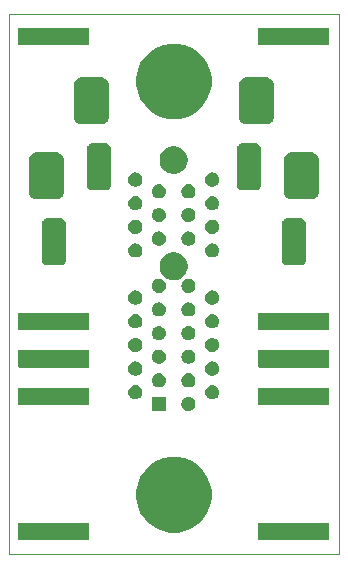
<source format=gbr>
%TF.GenerationSoftware,KiCad,Pcbnew,5.0.2-bee76a0~70~ubuntu16.04.1*%
%TF.CreationDate,2019-06-19T10:23:05+02:00*%
%TF.ProjectId,baseplate_in_output,62617365-706c-4617-9465-5f696e5f6f75,rev?*%
%TF.SameCoordinates,Original*%
%TF.FileFunction,Soldermask,Top*%
%TF.FilePolarity,Negative*%
%FSLAX46Y46*%
G04 Gerber Fmt 4.6, Leading zero omitted, Abs format (unit mm)*
G04 Created by KiCad (PCBNEW 5.0.2-bee76a0~70~ubuntu16.04.1) date Mi 19 Jun 2019 10:23:05 CEST*
%MOMM*%
%LPD*%
G01*
G04 APERTURE LIST*
%ADD10C,0.100000*%
G04 APERTURE END LIST*
D10*
X25400000Y-58420000D02*
X25400000Y-12700000D01*
X53340000Y-58420000D02*
X25400000Y-58420000D01*
X53340000Y-12700000D02*
X53340000Y-58420000D01*
X25400000Y-12700000D02*
X53340000Y-12700000D01*
G36*
X52489638Y-55766554D02*
X52498901Y-55769364D01*
X52507446Y-55773932D01*
X52514928Y-55780072D01*
X52521068Y-55787554D01*
X52525636Y-55796099D01*
X52528446Y-55805362D01*
X52530000Y-55821143D01*
X52530000Y-57208857D01*
X52528446Y-57224638D01*
X52525636Y-57233901D01*
X52521068Y-57242446D01*
X52514928Y-57249928D01*
X52507446Y-57256068D01*
X52498901Y-57260636D01*
X52489638Y-57263446D01*
X52473857Y-57265000D01*
X46586143Y-57265000D01*
X46570362Y-57263446D01*
X46561099Y-57260636D01*
X46552554Y-57256068D01*
X46545072Y-57249928D01*
X46538932Y-57242446D01*
X46534364Y-57233901D01*
X46531554Y-57224638D01*
X46530000Y-57208857D01*
X46530000Y-55821143D01*
X46531554Y-55805362D01*
X46534364Y-55796099D01*
X46538932Y-55787554D01*
X46545072Y-55780072D01*
X46552554Y-55773932D01*
X46561099Y-55769364D01*
X46570362Y-55766554D01*
X46586143Y-55765000D01*
X52473857Y-55765000D01*
X52489638Y-55766554D01*
X52489638Y-55766554D01*
G37*
G36*
X32169638Y-55766554D02*
X32178901Y-55769364D01*
X32187446Y-55773932D01*
X32194928Y-55780072D01*
X32201068Y-55787554D01*
X32205636Y-55796099D01*
X32208446Y-55805362D01*
X32210000Y-55821143D01*
X32210000Y-57208857D01*
X32208446Y-57224638D01*
X32205636Y-57233901D01*
X32201068Y-57242446D01*
X32194928Y-57249928D01*
X32187446Y-57256068D01*
X32178901Y-57260636D01*
X32169638Y-57263446D01*
X32153857Y-57265000D01*
X26266143Y-57265000D01*
X26250362Y-57263446D01*
X26241099Y-57260636D01*
X26232554Y-57256068D01*
X26225072Y-57249928D01*
X26218932Y-57242446D01*
X26214364Y-57233901D01*
X26211554Y-57224638D01*
X26210000Y-57208857D01*
X26210000Y-55821143D01*
X26211554Y-55805362D01*
X26214364Y-55796099D01*
X26218932Y-55787554D01*
X26225072Y-55780072D01*
X26232554Y-55773932D01*
X26241099Y-55769364D01*
X26250362Y-55766554D01*
X26266143Y-55765000D01*
X32153857Y-55765000D01*
X32169638Y-55766554D01*
X32169638Y-55766554D01*
G37*
G36*
X40303405Y-50337974D02*
X40885767Y-50579196D01*
X41409884Y-50929400D01*
X41855600Y-51375116D01*
X42205804Y-51899233D01*
X42447026Y-52481595D01*
X42570000Y-53099826D01*
X42570000Y-53730174D01*
X42447026Y-54348405D01*
X42205804Y-54930767D01*
X41855600Y-55454884D01*
X41409884Y-55900600D01*
X40885767Y-56250804D01*
X40303405Y-56492026D01*
X39685174Y-56615000D01*
X39054826Y-56615000D01*
X38436595Y-56492026D01*
X37854233Y-56250804D01*
X37330116Y-55900600D01*
X36884400Y-55454884D01*
X36534196Y-54930767D01*
X36292974Y-54348405D01*
X36170000Y-53730174D01*
X36170000Y-53099826D01*
X36292974Y-52481595D01*
X36534196Y-51899233D01*
X36884400Y-51375116D01*
X37330116Y-50929400D01*
X37854233Y-50579196D01*
X38436595Y-50337974D01*
X39054826Y-50215000D01*
X39685174Y-50215000D01*
X40303405Y-50337974D01*
X40303405Y-50337974D01*
G37*
G36*
X38700000Y-46320000D02*
X37500000Y-46320000D01*
X37500000Y-45120000D01*
X38700000Y-45120000D01*
X38700000Y-46320000D01*
X38700000Y-46320000D01*
G37*
G36*
X40775012Y-45143057D02*
X40884207Y-45188287D01*
X40982481Y-45253952D01*
X41066048Y-45337519D01*
X41131713Y-45435793D01*
X41176943Y-45544988D01*
X41200000Y-45660904D01*
X41200000Y-45779096D01*
X41176943Y-45895012D01*
X41131713Y-46004207D01*
X41066048Y-46102481D01*
X40982481Y-46186048D01*
X40884207Y-46251713D01*
X40775012Y-46296943D01*
X40659096Y-46320000D01*
X40540904Y-46320000D01*
X40424988Y-46296943D01*
X40315793Y-46251713D01*
X40217519Y-46186048D01*
X40133952Y-46102481D01*
X40068287Y-46004207D01*
X40023057Y-45895012D01*
X40000000Y-45779096D01*
X40000000Y-45660904D01*
X40023057Y-45544988D01*
X40068287Y-45435793D01*
X40133952Y-45337519D01*
X40217519Y-45253952D01*
X40315793Y-45188287D01*
X40424988Y-45143057D01*
X40540904Y-45120000D01*
X40659096Y-45120000D01*
X40775012Y-45143057D01*
X40775012Y-45143057D01*
G37*
G36*
X52489638Y-44336554D02*
X52498901Y-44339364D01*
X52507446Y-44343932D01*
X52514928Y-44350072D01*
X52521068Y-44357554D01*
X52525636Y-44366099D01*
X52528446Y-44375362D01*
X52530000Y-44391143D01*
X52530000Y-45778857D01*
X52528446Y-45794638D01*
X52525636Y-45803901D01*
X52521068Y-45812446D01*
X52514928Y-45819928D01*
X52507446Y-45826068D01*
X52498901Y-45830636D01*
X52489638Y-45833446D01*
X52473857Y-45835000D01*
X46586143Y-45835000D01*
X46570362Y-45833446D01*
X46561099Y-45830636D01*
X46552554Y-45826068D01*
X46545072Y-45819928D01*
X46538932Y-45812446D01*
X46534364Y-45803901D01*
X46531554Y-45794638D01*
X46530000Y-45778857D01*
X46530000Y-44391143D01*
X46531554Y-44375362D01*
X46534364Y-44366099D01*
X46538932Y-44357554D01*
X46545072Y-44350072D01*
X46552554Y-44343932D01*
X46561099Y-44339364D01*
X46570362Y-44336554D01*
X46586143Y-44335000D01*
X52473857Y-44335000D01*
X52489638Y-44336554D01*
X52489638Y-44336554D01*
G37*
G36*
X32169638Y-44336554D02*
X32178901Y-44339364D01*
X32187446Y-44343932D01*
X32194928Y-44350072D01*
X32201068Y-44357554D01*
X32205636Y-44366099D01*
X32208446Y-44375362D01*
X32210000Y-44391143D01*
X32210000Y-45778857D01*
X32208446Y-45794638D01*
X32205636Y-45803901D01*
X32201068Y-45812446D01*
X32194928Y-45819928D01*
X32187446Y-45826068D01*
X32178901Y-45830636D01*
X32169638Y-45833446D01*
X32153857Y-45835000D01*
X26266143Y-45835000D01*
X26250362Y-45833446D01*
X26241099Y-45830636D01*
X26232554Y-45826068D01*
X26225072Y-45819928D01*
X26218932Y-45812446D01*
X26214364Y-45803901D01*
X26211554Y-45794638D01*
X26210000Y-45778857D01*
X26210000Y-44391143D01*
X26211554Y-44375362D01*
X26214364Y-44366099D01*
X26218932Y-44357554D01*
X26225072Y-44350072D01*
X26232554Y-44343932D01*
X26241099Y-44339364D01*
X26250362Y-44336554D01*
X26266143Y-44335000D01*
X32153857Y-44335000D01*
X32169638Y-44336554D01*
X32169638Y-44336554D01*
G37*
G36*
X42775012Y-44143057D02*
X42884207Y-44188287D01*
X42982481Y-44253952D01*
X43066048Y-44337519D01*
X43131713Y-44435793D01*
X43176943Y-44544988D01*
X43200000Y-44660904D01*
X43200000Y-44779096D01*
X43176943Y-44895012D01*
X43131713Y-45004207D01*
X43066048Y-45102481D01*
X42982481Y-45186048D01*
X42884207Y-45251713D01*
X42775012Y-45296943D01*
X42659096Y-45320000D01*
X42540904Y-45320000D01*
X42424988Y-45296943D01*
X42315793Y-45251713D01*
X42217519Y-45186048D01*
X42133952Y-45102481D01*
X42068287Y-45004207D01*
X42023057Y-44895012D01*
X42000000Y-44779096D01*
X42000000Y-44660904D01*
X42023057Y-44544988D01*
X42068287Y-44435793D01*
X42133952Y-44337519D01*
X42217519Y-44253952D01*
X42315793Y-44188287D01*
X42424988Y-44143057D01*
X42540904Y-44120000D01*
X42659096Y-44120000D01*
X42775012Y-44143057D01*
X42775012Y-44143057D01*
G37*
G36*
X36275012Y-44143057D02*
X36384207Y-44188287D01*
X36482481Y-44253952D01*
X36566048Y-44337519D01*
X36631713Y-44435793D01*
X36676943Y-44544988D01*
X36700000Y-44660904D01*
X36700000Y-44779096D01*
X36676943Y-44895012D01*
X36631713Y-45004207D01*
X36566048Y-45102481D01*
X36482481Y-45186048D01*
X36384207Y-45251713D01*
X36275012Y-45296943D01*
X36159096Y-45320000D01*
X36040904Y-45320000D01*
X35924988Y-45296943D01*
X35815793Y-45251713D01*
X35717519Y-45186048D01*
X35633952Y-45102481D01*
X35568287Y-45004207D01*
X35523057Y-44895012D01*
X35500000Y-44779096D01*
X35500000Y-44660904D01*
X35523057Y-44544988D01*
X35568287Y-44435793D01*
X35633952Y-44337519D01*
X35717519Y-44253952D01*
X35815793Y-44188287D01*
X35924988Y-44143057D01*
X36040904Y-44120000D01*
X36159096Y-44120000D01*
X36275012Y-44143057D01*
X36275012Y-44143057D01*
G37*
G36*
X38275012Y-43143057D02*
X38384207Y-43188287D01*
X38482481Y-43253952D01*
X38566048Y-43337519D01*
X38631713Y-43435793D01*
X38676943Y-43544988D01*
X38700000Y-43660904D01*
X38700000Y-43779096D01*
X38676943Y-43895012D01*
X38631713Y-44004207D01*
X38566048Y-44102481D01*
X38482481Y-44186048D01*
X38384207Y-44251713D01*
X38275012Y-44296943D01*
X38159096Y-44320000D01*
X38040904Y-44320000D01*
X37924988Y-44296943D01*
X37815793Y-44251713D01*
X37717519Y-44186048D01*
X37633952Y-44102481D01*
X37568287Y-44004207D01*
X37523057Y-43895012D01*
X37500000Y-43779096D01*
X37500000Y-43660904D01*
X37523057Y-43544988D01*
X37568287Y-43435793D01*
X37633952Y-43337519D01*
X37717519Y-43253952D01*
X37815793Y-43188287D01*
X37924988Y-43143057D01*
X38040904Y-43120000D01*
X38159096Y-43120000D01*
X38275012Y-43143057D01*
X38275012Y-43143057D01*
G37*
G36*
X40775012Y-43143057D02*
X40884207Y-43188287D01*
X40982481Y-43253952D01*
X41066048Y-43337519D01*
X41131713Y-43435793D01*
X41176943Y-43544988D01*
X41200000Y-43660904D01*
X41200000Y-43779096D01*
X41176943Y-43895012D01*
X41131713Y-44004207D01*
X41066048Y-44102481D01*
X40982481Y-44186048D01*
X40884207Y-44251713D01*
X40775012Y-44296943D01*
X40659096Y-44320000D01*
X40540904Y-44320000D01*
X40424988Y-44296943D01*
X40315793Y-44251713D01*
X40217519Y-44186048D01*
X40133952Y-44102481D01*
X40068287Y-44004207D01*
X40023057Y-43895012D01*
X40000000Y-43779096D01*
X40000000Y-43660904D01*
X40023057Y-43544988D01*
X40068287Y-43435793D01*
X40133952Y-43337519D01*
X40217519Y-43253952D01*
X40315793Y-43188287D01*
X40424988Y-43143057D01*
X40540904Y-43120000D01*
X40659096Y-43120000D01*
X40775012Y-43143057D01*
X40775012Y-43143057D01*
G37*
G36*
X42775012Y-42143057D02*
X42884207Y-42188287D01*
X42982481Y-42253952D01*
X43066048Y-42337519D01*
X43131713Y-42435793D01*
X43176943Y-42544988D01*
X43200000Y-42660904D01*
X43200000Y-42779096D01*
X43176943Y-42895012D01*
X43131713Y-43004207D01*
X43066048Y-43102481D01*
X42982481Y-43186048D01*
X42884207Y-43251713D01*
X42775012Y-43296943D01*
X42659096Y-43320000D01*
X42540904Y-43320000D01*
X42424988Y-43296943D01*
X42315793Y-43251713D01*
X42217519Y-43186048D01*
X42133952Y-43102481D01*
X42068287Y-43004207D01*
X42023057Y-42895012D01*
X42000000Y-42779096D01*
X42000000Y-42660904D01*
X42023057Y-42544988D01*
X42068287Y-42435793D01*
X42133952Y-42337519D01*
X42217519Y-42253952D01*
X42315793Y-42188287D01*
X42424988Y-42143057D01*
X42540904Y-42120000D01*
X42659096Y-42120000D01*
X42775012Y-42143057D01*
X42775012Y-42143057D01*
G37*
G36*
X36275012Y-42143057D02*
X36384207Y-42188287D01*
X36482481Y-42253952D01*
X36566048Y-42337519D01*
X36631713Y-42435793D01*
X36676943Y-42544988D01*
X36700000Y-42660904D01*
X36700000Y-42779096D01*
X36676943Y-42895012D01*
X36631713Y-43004207D01*
X36566048Y-43102481D01*
X36482481Y-43186048D01*
X36384207Y-43251713D01*
X36275012Y-43296943D01*
X36159096Y-43320000D01*
X36040904Y-43320000D01*
X35924988Y-43296943D01*
X35815793Y-43251713D01*
X35717519Y-43186048D01*
X35633952Y-43102481D01*
X35568287Y-43004207D01*
X35523057Y-42895012D01*
X35500000Y-42779096D01*
X35500000Y-42660904D01*
X35523057Y-42544988D01*
X35568287Y-42435793D01*
X35633952Y-42337519D01*
X35717519Y-42253952D01*
X35815793Y-42188287D01*
X35924988Y-42143057D01*
X36040904Y-42120000D01*
X36159096Y-42120000D01*
X36275012Y-42143057D01*
X36275012Y-42143057D01*
G37*
G36*
X52489638Y-41161554D02*
X52498901Y-41164364D01*
X52507446Y-41168932D01*
X52514928Y-41175072D01*
X52521068Y-41182554D01*
X52525636Y-41191099D01*
X52528446Y-41200362D01*
X52530000Y-41216143D01*
X52530000Y-42603857D01*
X52528446Y-42619638D01*
X52525636Y-42628901D01*
X52521068Y-42637446D01*
X52514928Y-42644928D01*
X52507446Y-42651068D01*
X52498901Y-42655636D01*
X52489638Y-42658446D01*
X52473857Y-42660000D01*
X46586143Y-42660000D01*
X46570362Y-42658446D01*
X46561099Y-42655636D01*
X46552554Y-42651068D01*
X46545072Y-42644928D01*
X46538932Y-42637446D01*
X46534364Y-42628901D01*
X46531554Y-42619638D01*
X46530000Y-42603857D01*
X46530000Y-41216143D01*
X46531554Y-41200362D01*
X46534364Y-41191099D01*
X46538932Y-41182554D01*
X46545072Y-41175072D01*
X46552554Y-41168932D01*
X46561099Y-41164364D01*
X46570362Y-41161554D01*
X46586143Y-41160000D01*
X52473857Y-41160000D01*
X52489638Y-41161554D01*
X52489638Y-41161554D01*
G37*
G36*
X32169638Y-41161554D02*
X32178901Y-41164364D01*
X32187446Y-41168932D01*
X32194928Y-41175072D01*
X32201068Y-41182554D01*
X32205636Y-41191099D01*
X32208446Y-41200362D01*
X32210000Y-41216143D01*
X32210000Y-42603857D01*
X32208446Y-42619638D01*
X32205636Y-42628901D01*
X32201068Y-42637446D01*
X32194928Y-42644928D01*
X32187446Y-42651068D01*
X32178901Y-42655636D01*
X32169638Y-42658446D01*
X32153857Y-42660000D01*
X26266143Y-42660000D01*
X26250362Y-42658446D01*
X26241099Y-42655636D01*
X26232554Y-42651068D01*
X26225072Y-42644928D01*
X26218932Y-42637446D01*
X26214364Y-42628901D01*
X26211554Y-42619638D01*
X26210000Y-42603857D01*
X26210000Y-41216143D01*
X26211554Y-41200362D01*
X26214364Y-41191099D01*
X26218932Y-41182554D01*
X26225072Y-41175072D01*
X26232554Y-41168932D01*
X26241099Y-41164364D01*
X26250362Y-41161554D01*
X26266143Y-41160000D01*
X32153857Y-41160000D01*
X32169638Y-41161554D01*
X32169638Y-41161554D01*
G37*
G36*
X38275012Y-41143057D02*
X38384207Y-41188287D01*
X38482481Y-41253952D01*
X38566048Y-41337519D01*
X38631713Y-41435793D01*
X38676943Y-41544988D01*
X38700000Y-41660904D01*
X38700000Y-41779096D01*
X38676943Y-41895012D01*
X38631713Y-42004207D01*
X38566048Y-42102481D01*
X38482481Y-42186048D01*
X38384207Y-42251713D01*
X38275012Y-42296943D01*
X38159096Y-42320000D01*
X38040904Y-42320000D01*
X37924988Y-42296943D01*
X37815793Y-42251713D01*
X37717519Y-42186048D01*
X37633952Y-42102481D01*
X37568287Y-42004207D01*
X37523057Y-41895012D01*
X37500000Y-41779096D01*
X37500000Y-41660904D01*
X37523057Y-41544988D01*
X37568287Y-41435793D01*
X37633952Y-41337519D01*
X37717519Y-41253952D01*
X37815793Y-41188287D01*
X37924988Y-41143057D01*
X38040904Y-41120000D01*
X38159096Y-41120000D01*
X38275012Y-41143057D01*
X38275012Y-41143057D01*
G37*
G36*
X40775012Y-41143057D02*
X40884207Y-41188287D01*
X40982481Y-41253952D01*
X41066048Y-41337519D01*
X41131713Y-41435793D01*
X41176943Y-41544988D01*
X41200000Y-41660904D01*
X41200000Y-41779096D01*
X41176943Y-41895012D01*
X41131713Y-42004207D01*
X41066048Y-42102481D01*
X40982481Y-42186048D01*
X40884207Y-42251713D01*
X40775012Y-42296943D01*
X40659096Y-42320000D01*
X40540904Y-42320000D01*
X40424988Y-42296943D01*
X40315793Y-42251713D01*
X40217519Y-42186048D01*
X40133952Y-42102481D01*
X40068287Y-42004207D01*
X40023057Y-41895012D01*
X40000000Y-41779096D01*
X40000000Y-41660904D01*
X40023057Y-41544988D01*
X40068287Y-41435793D01*
X40133952Y-41337519D01*
X40217519Y-41253952D01*
X40315793Y-41188287D01*
X40424988Y-41143057D01*
X40540904Y-41120000D01*
X40659096Y-41120000D01*
X40775012Y-41143057D01*
X40775012Y-41143057D01*
G37*
G36*
X42775012Y-40143057D02*
X42884207Y-40188287D01*
X42982481Y-40253952D01*
X43066048Y-40337519D01*
X43131713Y-40435793D01*
X43176943Y-40544988D01*
X43200000Y-40660904D01*
X43200000Y-40779096D01*
X43176943Y-40895012D01*
X43131713Y-41004207D01*
X43066048Y-41102481D01*
X42982481Y-41186048D01*
X42884207Y-41251713D01*
X42775012Y-41296943D01*
X42659096Y-41320000D01*
X42540904Y-41320000D01*
X42424988Y-41296943D01*
X42315793Y-41251713D01*
X42217519Y-41186048D01*
X42133952Y-41102481D01*
X42068287Y-41004207D01*
X42023057Y-40895012D01*
X42000000Y-40779096D01*
X42000000Y-40660904D01*
X42023057Y-40544988D01*
X42068287Y-40435793D01*
X42133952Y-40337519D01*
X42217519Y-40253952D01*
X42315793Y-40188287D01*
X42424988Y-40143057D01*
X42540904Y-40120000D01*
X42659096Y-40120000D01*
X42775012Y-40143057D01*
X42775012Y-40143057D01*
G37*
G36*
X36275012Y-40143057D02*
X36384207Y-40188287D01*
X36482481Y-40253952D01*
X36566048Y-40337519D01*
X36631713Y-40435793D01*
X36676943Y-40544988D01*
X36700000Y-40660904D01*
X36700000Y-40779096D01*
X36676943Y-40895012D01*
X36631713Y-41004207D01*
X36566048Y-41102481D01*
X36482481Y-41186048D01*
X36384207Y-41251713D01*
X36275012Y-41296943D01*
X36159096Y-41320000D01*
X36040904Y-41320000D01*
X35924988Y-41296943D01*
X35815793Y-41251713D01*
X35717519Y-41186048D01*
X35633952Y-41102481D01*
X35568287Y-41004207D01*
X35523057Y-40895012D01*
X35500000Y-40779096D01*
X35500000Y-40660904D01*
X35523057Y-40544988D01*
X35568287Y-40435793D01*
X35633952Y-40337519D01*
X35717519Y-40253952D01*
X35815793Y-40188287D01*
X35924988Y-40143057D01*
X36040904Y-40120000D01*
X36159096Y-40120000D01*
X36275012Y-40143057D01*
X36275012Y-40143057D01*
G37*
G36*
X40775012Y-39143057D02*
X40884207Y-39188287D01*
X40982481Y-39253952D01*
X41066048Y-39337519D01*
X41131713Y-39435793D01*
X41176943Y-39544988D01*
X41200000Y-39660904D01*
X41200000Y-39779096D01*
X41176943Y-39895012D01*
X41131713Y-40004207D01*
X41066048Y-40102481D01*
X40982481Y-40186048D01*
X40884207Y-40251713D01*
X40775012Y-40296943D01*
X40659096Y-40320000D01*
X40540904Y-40320000D01*
X40424988Y-40296943D01*
X40315793Y-40251713D01*
X40217519Y-40186048D01*
X40133952Y-40102481D01*
X40068287Y-40004207D01*
X40023057Y-39895012D01*
X40000000Y-39779096D01*
X40000000Y-39660904D01*
X40023057Y-39544988D01*
X40068287Y-39435793D01*
X40133952Y-39337519D01*
X40217519Y-39253952D01*
X40315793Y-39188287D01*
X40424988Y-39143057D01*
X40540904Y-39120000D01*
X40659096Y-39120000D01*
X40775012Y-39143057D01*
X40775012Y-39143057D01*
G37*
G36*
X38275012Y-39143057D02*
X38384207Y-39188287D01*
X38482481Y-39253952D01*
X38566048Y-39337519D01*
X38631713Y-39435793D01*
X38676943Y-39544988D01*
X38700000Y-39660904D01*
X38700000Y-39779096D01*
X38676943Y-39895012D01*
X38631713Y-40004207D01*
X38566048Y-40102481D01*
X38482481Y-40186048D01*
X38384207Y-40251713D01*
X38275012Y-40296943D01*
X38159096Y-40320000D01*
X38040904Y-40320000D01*
X37924988Y-40296943D01*
X37815793Y-40251713D01*
X37717519Y-40186048D01*
X37633952Y-40102481D01*
X37568287Y-40004207D01*
X37523057Y-39895012D01*
X37500000Y-39779096D01*
X37500000Y-39660904D01*
X37523057Y-39544988D01*
X37568287Y-39435793D01*
X37633952Y-39337519D01*
X37717519Y-39253952D01*
X37815793Y-39188287D01*
X37924988Y-39143057D01*
X38040904Y-39120000D01*
X38159096Y-39120000D01*
X38275012Y-39143057D01*
X38275012Y-39143057D01*
G37*
G36*
X32169638Y-37986554D02*
X32178901Y-37989364D01*
X32187446Y-37993932D01*
X32194928Y-38000072D01*
X32201068Y-38007554D01*
X32205636Y-38016099D01*
X32208446Y-38025362D01*
X32210000Y-38041143D01*
X32210000Y-39428857D01*
X32208446Y-39444638D01*
X32205636Y-39453901D01*
X32201068Y-39462446D01*
X32194928Y-39469928D01*
X32187446Y-39476068D01*
X32178901Y-39480636D01*
X32169638Y-39483446D01*
X32153857Y-39485000D01*
X26266143Y-39485000D01*
X26250362Y-39483446D01*
X26241099Y-39480636D01*
X26232554Y-39476068D01*
X26225072Y-39469928D01*
X26218932Y-39462446D01*
X26214364Y-39453901D01*
X26211554Y-39444638D01*
X26210000Y-39428857D01*
X26210000Y-38041143D01*
X26211554Y-38025362D01*
X26214364Y-38016099D01*
X26218932Y-38007554D01*
X26225072Y-38000072D01*
X26232554Y-37993932D01*
X26241099Y-37989364D01*
X26250362Y-37986554D01*
X26266143Y-37985000D01*
X32153857Y-37985000D01*
X32169638Y-37986554D01*
X32169638Y-37986554D01*
G37*
G36*
X52489638Y-37986554D02*
X52498901Y-37989364D01*
X52507446Y-37993932D01*
X52514928Y-38000072D01*
X52521068Y-38007554D01*
X52525636Y-38016099D01*
X52528446Y-38025362D01*
X52530000Y-38041143D01*
X52530000Y-39428857D01*
X52528446Y-39444638D01*
X52525636Y-39453901D01*
X52521068Y-39462446D01*
X52514928Y-39469928D01*
X52507446Y-39476068D01*
X52498901Y-39480636D01*
X52489638Y-39483446D01*
X52473857Y-39485000D01*
X46586143Y-39485000D01*
X46570362Y-39483446D01*
X46561099Y-39480636D01*
X46552554Y-39476068D01*
X46545072Y-39469928D01*
X46538932Y-39462446D01*
X46534364Y-39453901D01*
X46531554Y-39444638D01*
X46530000Y-39428857D01*
X46530000Y-38041143D01*
X46531554Y-38025362D01*
X46534364Y-38016099D01*
X46538932Y-38007554D01*
X46545072Y-38000072D01*
X46552554Y-37993932D01*
X46561099Y-37989364D01*
X46570362Y-37986554D01*
X46586143Y-37985000D01*
X52473857Y-37985000D01*
X52489638Y-37986554D01*
X52489638Y-37986554D01*
G37*
G36*
X42775012Y-38143057D02*
X42884207Y-38188287D01*
X42982481Y-38253952D01*
X43066048Y-38337519D01*
X43131713Y-38435793D01*
X43176943Y-38544988D01*
X43200000Y-38660904D01*
X43200000Y-38779096D01*
X43176943Y-38895012D01*
X43131713Y-39004207D01*
X43066048Y-39102481D01*
X42982481Y-39186048D01*
X42884207Y-39251713D01*
X42775012Y-39296943D01*
X42659096Y-39320000D01*
X42540904Y-39320000D01*
X42424988Y-39296943D01*
X42315793Y-39251713D01*
X42217519Y-39186048D01*
X42133952Y-39102481D01*
X42068287Y-39004207D01*
X42023057Y-38895012D01*
X42000000Y-38779096D01*
X42000000Y-38660904D01*
X42023057Y-38544988D01*
X42068287Y-38435793D01*
X42133952Y-38337519D01*
X42217519Y-38253952D01*
X42315793Y-38188287D01*
X42424988Y-38143057D01*
X42540904Y-38120000D01*
X42659096Y-38120000D01*
X42775012Y-38143057D01*
X42775012Y-38143057D01*
G37*
G36*
X36275012Y-38143057D02*
X36384207Y-38188287D01*
X36482481Y-38253952D01*
X36566048Y-38337519D01*
X36631713Y-38435793D01*
X36676943Y-38544988D01*
X36700000Y-38660904D01*
X36700000Y-38779096D01*
X36676943Y-38895012D01*
X36631713Y-39004207D01*
X36566048Y-39102481D01*
X36482481Y-39186048D01*
X36384207Y-39251713D01*
X36275012Y-39296943D01*
X36159096Y-39320000D01*
X36040904Y-39320000D01*
X35924988Y-39296943D01*
X35815793Y-39251713D01*
X35717519Y-39186048D01*
X35633952Y-39102481D01*
X35568287Y-39004207D01*
X35523057Y-38895012D01*
X35500000Y-38779096D01*
X35500000Y-38660904D01*
X35523057Y-38544988D01*
X35568287Y-38435793D01*
X35633952Y-38337519D01*
X35717519Y-38253952D01*
X35815793Y-38188287D01*
X35924988Y-38143057D01*
X36040904Y-38120000D01*
X36159096Y-38120000D01*
X36275012Y-38143057D01*
X36275012Y-38143057D01*
G37*
G36*
X40775012Y-37143057D02*
X40884207Y-37188287D01*
X40982481Y-37253952D01*
X41066048Y-37337519D01*
X41131713Y-37435793D01*
X41176943Y-37544988D01*
X41200000Y-37660904D01*
X41200000Y-37779096D01*
X41176943Y-37895012D01*
X41131713Y-38004207D01*
X41066048Y-38102481D01*
X40982481Y-38186048D01*
X40884207Y-38251713D01*
X40775012Y-38296943D01*
X40659096Y-38320000D01*
X40540904Y-38320000D01*
X40424988Y-38296943D01*
X40315793Y-38251713D01*
X40217519Y-38186048D01*
X40133952Y-38102481D01*
X40068287Y-38004207D01*
X40023057Y-37895012D01*
X40000000Y-37779096D01*
X40000000Y-37660904D01*
X40023057Y-37544988D01*
X40068287Y-37435793D01*
X40133952Y-37337519D01*
X40217519Y-37253952D01*
X40315793Y-37188287D01*
X40424988Y-37143057D01*
X40540904Y-37120000D01*
X40659096Y-37120000D01*
X40775012Y-37143057D01*
X40775012Y-37143057D01*
G37*
G36*
X38275012Y-37143057D02*
X38384207Y-37188287D01*
X38482481Y-37253952D01*
X38566048Y-37337519D01*
X38631713Y-37435793D01*
X38676943Y-37544988D01*
X38700000Y-37660904D01*
X38700000Y-37779096D01*
X38676943Y-37895012D01*
X38631713Y-38004207D01*
X38566048Y-38102481D01*
X38482481Y-38186048D01*
X38384207Y-38251713D01*
X38275012Y-38296943D01*
X38159096Y-38320000D01*
X38040904Y-38320000D01*
X37924988Y-38296943D01*
X37815793Y-38251713D01*
X37717519Y-38186048D01*
X37633952Y-38102481D01*
X37568287Y-38004207D01*
X37523057Y-37895012D01*
X37500000Y-37779096D01*
X37500000Y-37660904D01*
X37523057Y-37544988D01*
X37568287Y-37435793D01*
X37633952Y-37337519D01*
X37717519Y-37253952D01*
X37815793Y-37188287D01*
X37924988Y-37143057D01*
X38040904Y-37120000D01*
X38159096Y-37120000D01*
X38275012Y-37143057D01*
X38275012Y-37143057D01*
G37*
G36*
X36275012Y-36143057D02*
X36384207Y-36188287D01*
X36482481Y-36253952D01*
X36566048Y-36337519D01*
X36631713Y-36435793D01*
X36676943Y-36544988D01*
X36700000Y-36660904D01*
X36700000Y-36779096D01*
X36676943Y-36895012D01*
X36631713Y-37004207D01*
X36566048Y-37102481D01*
X36482481Y-37186048D01*
X36384207Y-37251713D01*
X36275012Y-37296943D01*
X36159096Y-37320000D01*
X36040904Y-37320000D01*
X35924988Y-37296943D01*
X35815793Y-37251713D01*
X35717519Y-37186048D01*
X35633952Y-37102481D01*
X35568287Y-37004207D01*
X35523057Y-36895012D01*
X35500000Y-36779096D01*
X35500000Y-36660904D01*
X35523057Y-36544988D01*
X35568287Y-36435793D01*
X35633952Y-36337519D01*
X35717519Y-36253952D01*
X35815793Y-36188287D01*
X35924988Y-36143057D01*
X36040904Y-36120000D01*
X36159096Y-36120000D01*
X36275012Y-36143057D01*
X36275012Y-36143057D01*
G37*
G36*
X42775012Y-36143057D02*
X42884207Y-36188287D01*
X42982481Y-36253952D01*
X43066048Y-36337519D01*
X43131713Y-36435793D01*
X43176943Y-36544988D01*
X43200000Y-36660904D01*
X43200000Y-36779096D01*
X43176943Y-36895012D01*
X43131713Y-37004207D01*
X43066048Y-37102481D01*
X42982481Y-37186048D01*
X42884207Y-37251713D01*
X42775012Y-37296943D01*
X42659096Y-37320000D01*
X42540904Y-37320000D01*
X42424988Y-37296943D01*
X42315793Y-37251713D01*
X42217519Y-37186048D01*
X42133952Y-37102481D01*
X42068287Y-37004207D01*
X42023057Y-36895012D01*
X42000000Y-36779096D01*
X42000000Y-36660904D01*
X42023057Y-36544988D01*
X42068287Y-36435793D01*
X42133952Y-36337519D01*
X42217519Y-36253952D01*
X42315793Y-36188287D01*
X42424988Y-36143057D01*
X42540904Y-36120000D01*
X42659096Y-36120000D01*
X42775012Y-36143057D01*
X42775012Y-36143057D01*
G37*
G36*
X40775012Y-35143057D02*
X40884207Y-35188287D01*
X40982481Y-35253952D01*
X41066048Y-35337519D01*
X41131713Y-35435793D01*
X41176943Y-35544988D01*
X41200000Y-35660904D01*
X41200000Y-35779096D01*
X41176943Y-35895012D01*
X41131713Y-36004207D01*
X41066048Y-36102481D01*
X40982481Y-36186048D01*
X40884207Y-36251713D01*
X40775012Y-36296943D01*
X40659096Y-36320000D01*
X40540904Y-36320000D01*
X40424988Y-36296943D01*
X40315793Y-36251713D01*
X40217519Y-36186048D01*
X40133952Y-36102481D01*
X40068287Y-36004207D01*
X40023057Y-35895012D01*
X40000000Y-35779096D01*
X40000000Y-35660904D01*
X40023057Y-35544988D01*
X40068287Y-35435793D01*
X40133952Y-35337519D01*
X40217519Y-35253952D01*
X40315793Y-35188287D01*
X40424988Y-35143057D01*
X40540904Y-35120000D01*
X40659096Y-35120000D01*
X40775012Y-35143057D01*
X40775012Y-35143057D01*
G37*
G36*
X38275012Y-35143057D02*
X38384207Y-35188287D01*
X38482481Y-35253952D01*
X38566048Y-35337519D01*
X38631713Y-35435793D01*
X38676943Y-35544988D01*
X38700000Y-35660904D01*
X38700000Y-35779096D01*
X38676943Y-35895012D01*
X38631713Y-36004207D01*
X38566048Y-36102481D01*
X38482481Y-36186048D01*
X38384207Y-36251713D01*
X38275012Y-36296943D01*
X38159096Y-36320000D01*
X38040904Y-36320000D01*
X37924988Y-36296943D01*
X37815793Y-36251713D01*
X37717519Y-36186048D01*
X37633952Y-36102481D01*
X37568287Y-36004207D01*
X37523057Y-35895012D01*
X37500000Y-35779096D01*
X37500000Y-35660904D01*
X37523057Y-35544988D01*
X37568287Y-35435793D01*
X37633952Y-35337519D01*
X37717519Y-35253952D01*
X37815793Y-35188287D01*
X37924988Y-35143057D01*
X38040904Y-35120000D01*
X38159096Y-35120000D01*
X38275012Y-35143057D01*
X38275012Y-35143057D01*
G37*
G36*
X39692732Y-32940154D02*
X39692734Y-32940155D01*
X39692735Y-32940155D01*
X39771725Y-32972874D01*
X39906572Y-33028729D01*
X40099022Y-33157320D01*
X40262680Y-33320978D01*
X40391271Y-33513428D01*
X40479846Y-33727268D01*
X40525000Y-33954271D01*
X40525000Y-34185729D01*
X40479846Y-34412732D01*
X40391271Y-34626572D01*
X40262680Y-34819022D01*
X40099022Y-34982680D01*
X39906572Y-35111271D01*
X39829833Y-35143057D01*
X39692735Y-35199845D01*
X39692734Y-35199845D01*
X39692732Y-35199846D01*
X39465729Y-35245000D01*
X39234271Y-35245000D01*
X39007268Y-35199846D01*
X39007266Y-35199845D01*
X39007265Y-35199845D01*
X38870167Y-35143057D01*
X38793428Y-35111271D01*
X38600978Y-34982680D01*
X38437320Y-34819022D01*
X38308729Y-34626572D01*
X38220154Y-34412732D01*
X38175000Y-34185729D01*
X38175000Y-33954271D01*
X38220154Y-33727268D01*
X38308729Y-33513428D01*
X38437320Y-33320978D01*
X38600978Y-33157320D01*
X38793428Y-33028729D01*
X38928275Y-32972874D01*
X39007265Y-32940155D01*
X39007266Y-32940155D01*
X39007268Y-32940154D01*
X39234271Y-32895000D01*
X39465729Y-32895000D01*
X39692732Y-32940154D01*
X39692732Y-32940154D01*
G37*
G36*
X50177735Y-30012999D02*
X50259692Y-30037861D01*
X50335223Y-30078233D01*
X50401432Y-30132568D01*
X50455767Y-30198777D01*
X50496139Y-30274308D01*
X50521001Y-30356265D01*
X50530000Y-30447640D01*
X50530000Y-33560360D01*
X50521001Y-33651735D01*
X50496139Y-33733692D01*
X50455767Y-33809223D01*
X50401432Y-33875432D01*
X50335223Y-33929767D01*
X50259692Y-33970139D01*
X50177735Y-33995001D01*
X50086360Y-34004000D01*
X48973640Y-34004000D01*
X48882265Y-33995001D01*
X48800308Y-33970139D01*
X48724777Y-33929767D01*
X48658568Y-33875432D01*
X48604233Y-33809223D01*
X48563861Y-33733692D01*
X48538999Y-33651735D01*
X48530000Y-33560360D01*
X48530000Y-30447640D01*
X48538999Y-30356265D01*
X48563861Y-30274308D01*
X48604233Y-30198777D01*
X48658568Y-30132568D01*
X48724777Y-30078233D01*
X48800308Y-30037861D01*
X48882265Y-30012999D01*
X48973640Y-30004000D01*
X50086360Y-30004000D01*
X50177735Y-30012999D01*
X50177735Y-30012999D01*
G37*
G36*
X29857735Y-30012999D02*
X29939692Y-30037861D01*
X30015223Y-30078233D01*
X30081432Y-30132568D01*
X30135767Y-30198777D01*
X30176139Y-30274308D01*
X30201001Y-30356265D01*
X30210000Y-30447640D01*
X30210000Y-33560360D01*
X30201001Y-33651735D01*
X30176139Y-33733692D01*
X30135767Y-33809223D01*
X30081432Y-33875432D01*
X30015223Y-33929767D01*
X29939692Y-33970139D01*
X29857735Y-33995001D01*
X29766360Y-34004000D01*
X28653640Y-34004000D01*
X28562265Y-33995001D01*
X28480308Y-33970139D01*
X28404777Y-33929767D01*
X28338568Y-33875432D01*
X28284233Y-33809223D01*
X28243861Y-33733692D01*
X28218999Y-33651735D01*
X28210000Y-33560360D01*
X28210000Y-30447640D01*
X28218999Y-30356265D01*
X28243861Y-30274308D01*
X28284233Y-30198777D01*
X28338568Y-30132568D01*
X28404777Y-30078233D01*
X28480308Y-30037861D01*
X28562265Y-30012999D01*
X28653640Y-30004000D01*
X29766360Y-30004000D01*
X29857735Y-30012999D01*
X29857735Y-30012999D01*
G37*
G36*
X36275012Y-32143057D02*
X36384207Y-32188287D01*
X36482481Y-32253952D01*
X36566048Y-32337519D01*
X36631713Y-32435793D01*
X36676943Y-32544988D01*
X36700000Y-32660904D01*
X36700000Y-32779096D01*
X36676943Y-32895012D01*
X36631713Y-33004207D01*
X36566048Y-33102481D01*
X36482481Y-33186048D01*
X36384207Y-33251713D01*
X36275012Y-33296943D01*
X36159096Y-33320000D01*
X36040904Y-33320000D01*
X35924988Y-33296943D01*
X35815793Y-33251713D01*
X35717519Y-33186048D01*
X35633952Y-33102481D01*
X35568287Y-33004207D01*
X35523057Y-32895012D01*
X35500000Y-32779096D01*
X35500000Y-32660904D01*
X35523057Y-32544988D01*
X35568287Y-32435793D01*
X35633952Y-32337519D01*
X35717519Y-32253952D01*
X35815793Y-32188287D01*
X35924988Y-32143057D01*
X36040904Y-32120000D01*
X36159096Y-32120000D01*
X36275012Y-32143057D01*
X36275012Y-32143057D01*
G37*
G36*
X42775012Y-32143057D02*
X42884207Y-32188287D01*
X42982481Y-32253952D01*
X43066048Y-32337519D01*
X43131713Y-32435793D01*
X43176943Y-32544988D01*
X43200000Y-32660904D01*
X43200000Y-32779096D01*
X43176943Y-32895012D01*
X43131713Y-33004207D01*
X43066048Y-33102481D01*
X42982481Y-33186048D01*
X42884207Y-33251713D01*
X42775012Y-33296943D01*
X42659096Y-33320000D01*
X42540904Y-33320000D01*
X42424988Y-33296943D01*
X42315793Y-33251713D01*
X42217519Y-33186048D01*
X42133952Y-33102481D01*
X42068287Y-33004207D01*
X42023057Y-32895012D01*
X42000000Y-32779096D01*
X42000000Y-32660904D01*
X42023057Y-32544988D01*
X42068287Y-32435793D01*
X42133952Y-32337519D01*
X42217519Y-32253952D01*
X42315793Y-32188287D01*
X42424988Y-32143057D01*
X42540904Y-32120000D01*
X42659096Y-32120000D01*
X42775012Y-32143057D01*
X42775012Y-32143057D01*
G37*
G36*
X38275012Y-31143057D02*
X38384207Y-31188287D01*
X38482481Y-31253952D01*
X38566048Y-31337519D01*
X38631713Y-31435793D01*
X38676943Y-31544988D01*
X38700000Y-31660904D01*
X38700000Y-31779096D01*
X38676943Y-31895012D01*
X38631713Y-32004207D01*
X38566048Y-32102481D01*
X38482481Y-32186048D01*
X38384207Y-32251713D01*
X38275012Y-32296943D01*
X38159096Y-32320000D01*
X38040904Y-32320000D01*
X37924988Y-32296943D01*
X37815793Y-32251713D01*
X37717519Y-32186048D01*
X37633952Y-32102481D01*
X37568287Y-32004207D01*
X37523057Y-31895012D01*
X37500000Y-31779096D01*
X37500000Y-31660904D01*
X37523057Y-31544988D01*
X37568287Y-31435793D01*
X37633952Y-31337519D01*
X37717519Y-31253952D01*
X37815793Y-31188287D01*
X37924988Y-31143057D01*
X38040904Y-31120000D01*
X38159096Y-31120000D01*
X38275012Y-31143057D01*
X38275012Y-31143057D01*
G37*
G36*
X40775012Y-31143057D02*
X40884207Y-31188287D01*
X40982481Y-31253952D01*
X41066048Y-31337519D01*
X41131713Y-31435793D01*
X41176943Y-31544988D01*
X41200000Y-31660904D01*
X41200000Y-31779096D01*
X41176943Y-31895012D01*
X41131713Y-32004207D01*
X41066048Y-32102481D01*
X40982481Y-32186048D01*
X40884207Y-32251713D01*
X40775012Y-32296943D01*
X40659096Y-32320000D01*
X40540904Y-32320000D01*
X40424988Y-32296943D01*
X40315793Y-32251713D01*
X40217519Y-32186048D01*
X40133952Y-32102481D01*
X40068287Y-32004207D01*
X40023057Y-31895012D01*
X40000000Y-31779096D01*
X40000000Y-31660904D01*
X40023057Y-31544988D01*
X40068287Y-31435793D01*
X40133952Y-31337519D01*
X40217519Y-31253952D01*
X40315793Y-31188287D01*
X40424988Y-31143057D01*
X40540904Y-31120000D01*
X40659096Y-31120000D01*
X40775012Y-31143057D01*
X40775012Y-31143057D01*
G37*
G36*
X36275012Y-30143057D02*
X36384207Y-30188287D01*
X36482481Y-30253952D01*
X36566048Y-30337519D01*
X36631713Y-30435793D01*
X36676943Y-30544988D01*
X36700000Y-30660904D01*
X36700000Y-30779096D01*
X36676943Y-30895012D01*
X36631713Y-31004207D01*
X36566048Y-31102481D01*
X36482481Y-31186048D01*
X36384207Y-31251713D01*
X36275012Y-31296943D01*
X36159096Y-31320000D01*
X36040904Y-31320000D01*
X35924988Y-31296943D01*
X35815793Y-31251713D01*
X35717519Y-31186048D01*
X35633952Y-31102481D01*
X35568287Y-31004207D01*
X35523057Y-30895012D01*
X35500000Y-30779096D01*
X35500000Y-30660904D01*
X35523057Y-30544988D01*
X35568287Y-30435793D01*
X35633952Y-30337519D01*
X35717519Y-30253952D01*
X35815793Y-30188287D01*
X35924988Y-30143057D01*
X36040904Y-30120000D01*
X36159096Y-30120000D01*
X36275012Y-30143057D01*
X36275012Y-30143057D01*
G37*
G36*
X42775012Y-30143057D02*
X42884207Y-30188287D01*
X42982481Y-30253952D01*
X43066048Y-30337519D01*
X43131713Y-30435793D01*
X43176943Y-30544988D01*
X43200000Y-30660904D01*
X43200000Y-30779096D01*
X43176943Y-30895012D01*
X43131713Y-31004207D01*
X43066048Y-31102481D01*
X42982481Y-31186048D01*
X42884207Y-31251713D01*
X42775012Y-31296943D01*
X42659096Y-31320000D01*
X42540904Y-31320000D01*
X42424988Y-31296943D01*
X42315793Y-31251713D01*
X42217519Y-31186048D01*
X42133952Y-31102481D01*
X42068287Y-31004207D01*
X42023057Y-30895012D01*
X42000000Y-30779096D01*
X42000000Y-30660904D01*
X42023057Y-30544988D01*
X42068287Y-30435793D01*
X42133952Y-30337519D01*
X42217519Y-30253952D01*
X42315793Y-30188287D01*
X42424988Y-30143057D01*
X42540904Y-30120000D01*
X42659096Y-30120000D01*
X42775012Y-30143057D01*
X42775012Y-30143057D01*
G37*
G36*
X40775012Y-29143057D02*
X40884207Y-29188287D01*
X40982481Y-29253952D01*
X41066048Y-29337519D01*
X41131713Y-29435793D01*
X41176943Y-29544988D01*
X41200000Y-29660904D01*
X41200000Y-29779096D01*
X41176943Y-29895012D01*
X41131713Y-30004207D01*
X41066048Y-30102481D01*
X40982481Y-30186048D01*
X40884207Y-30251713D01*
X40775012Y-30296943D01*
X40659096Y-30320000D01*
X40540904Y-30320000D01*
X40424988Y-30296943D01*
X40315793Y-30251713D01*
X40217519Y-30186048D01*
X40133952Y-30102481D01*
X40068287Y-30004207D01*
X40023057Y-29895012D01*
X40000000Y-29779096D01*
X40000000Y-29660904D01*
X40023057Y-29544988D01*
X40068287Y-29435793D01*
X40133952Y-29337519D01*
X40217519Y-29253952D01*
X40315793Y-29188287D01*
X40424988Y-29143057D01*
X40540904Y-29120000D01*
X40659096Y-29120000D01*
X40775012Y-29143057D01*
X40775012Y-29143057D01*
G37*
G36*
X38275012Y-29143057D02*
X38384207Y-29188287D01*
X38482481Y-29253952D01*
X38566048Y-29337519D01*
X38631713Y-29435793D01*
X38676943Y-29544988D01*
X38700000Y-29660904D01*
X38700000Y-29779096D01*
X38676943Y-29895012D01*
X38631713Y-30004207D01*
X38566048Y-30102481D01*
X38482481Y-30186048D01*
X38384207Y-30251713D01*
X38275012Y-30296943D01*
X38159096Y-30320000D01*
X38040904Y-30320000D01*
X37924988Y-30296943D01*
X37815793Y-30251713D01*
X37717519Y-30186048D01*
X37633952Y-30102481D01*
X37568287Y-30004207D01*
X37523057Y-29895012D01*
X37500000Y-29779096D01*
X37500000Y-29660904D01*
X37523057Y-29544988D01*
X37568287Y-29435793D01*
X37633952Y-29337519D01*
X37717519Y-29253952D01*
X37815793Y-29188287D01*
X37924988Y-29143057D01*
X38040904Y-29120000D01*
X38159096Y-29120000D01*
X38275012Y-29143057D01*
X38275012Y-29143057D01*
G37*
G36*
X42775012Y-28143057D02*
X42884207Y-28188287D01*
X42982481Y-28253952D01*
X43066048Y-28337519D01*
X43131713Y-28435793D01*
X43176943Y-28544988D01*
X43200000Y-28660904D01*
X43200000Y-28779096D01*
X43176943Y-28895012D01*
X43131713Y-29004207D01*
X43066048Y-29102481D01*
X42982481Y-29186048D01*
X42884207Y-29251713D01*
X42775012Y-29296943D01*
X42659096Y-29320000D01*
X42540904Y-29320000D01*
X42424988Y-29296943D01*
X42315793Y-29251713D01*
X42217519Y-29186048D01*
X42133952Y-29102481D01*
X42068287Y-29004207D01*
X42023057Y-28895012D01*
X42000000Y-28779096D01*
X42000000Y-28660904D01*
X42023057Y-28544988D01*
X42068287Y-28435793D01*
X42133952Y-28337519D01*
X42217519Y-28253952D01*
X42315793Y-28188287D01*
X42424988Y-28143057D01*
X42540904Y-28120000D01*
X42659096Y-28120000D01*
X42775012Y-28143057D01*
X42775012Y-28143057D01*
G37*
G36*
X36275012Y-28143057D02*
X36384207Y-28188287D01*
X36482481Y-28253952D01*
X36566048Y-28337519D01*
X36631713Y-28435793D01*
X36676943Y-28544988D01*
X36700000Y-28660904D01*
X36700000Y-28779096D01*
X36676943Y-28895012D01*
X36631713Y-29004207D01*
X36566048Y-29102481D01*
X36482481Y-29186048D01*
X36384207Y-29251713D01*
X36275012Y-29296943D01*
X36159096Y-29320000D01*
X36040904Y-29320000D01*
X35924988Y-29296943D01*
X35815793Y-29251713D01*
X35717519Y-29186048D01*
X35633952Y-29102481D01*
X35568287Y-29004207D01*
X35523057Y-28895012D01*
X35500000Y-28779096D01*
X35500000Y-28660904D01*
X35523057Y-28544988D01*
X35568287Y-28435793D01*
X35633952Y-28337519D01*
X35717519Y-28253952D01*
X35815793Y-28188287D01*
X35924988Y-28143057D01*
X36040904Y-28120000D01*
X36159096Y-28120000D01*
X36275012Y-28143057D01*
X36275012Y-28143057D01*
G37*
G36*
X29521508Y-24429803D02*
X29650363Y-24468891D01*
X29769119Y-24532367D01*
X29873208Y-24617792D01*
X29958633Y-24721881D01*
X30022109Y-24840637D01*
X30061197Y-24969492D01*
X30075000Y-25109640D01*
X30075000Y-27722360D01*
X30061197Y-27862508D01*
X30022109Y-27991363D01*
X29958633Y-28110119D01*
X29873208Y-28214208D01*
X29769119Y-28299633D01*
X29650363Y-28363109D01*
X29521508Y-28402197D01*
X29381360Y-28416000D01*
X27768640Y-28416000D01*
X27628492Y-28402197D01*
X27499637Y-28363109D01*
X27380881Y-28299633D01*
X27276792Y-28214208D01*
X27191367Y-28110119D01*
X27127891Y-27991363D01*
X27088803Y-27862508D01*
X27075000Y-27722360D01*
X27075000Y-25109640D01*
X27088803Y-24969492D01*
X27127891Y-24840637D01*
X27191367Y-24721881D01*
X27276792Y-24617792D01*
X27380881Y-24532367D01*
X27499637Y-24468891D01*
X27628492Y-24429803D01*
X27768640Y-24416000D01*
X29381360Y-24416000D01*
X29521508Y-24429803D01*
X29521508Y-24429803D01*
G37*
G36*
X51111508Y-24429803D02*
X51240363Y-24468891D01*
X51359119Y-24532367D01*
X51463208Y-24617792D01*
X51548633Y-24721881D01*
X51612109Y-24840637D01*
X51651197Y-24969492D01*
X51665000Y-25109640D01*
X51665000Y-27722360D01*
X51651197Y-27862508D01*
X51612109Y-27991363D01*
X51548633Y-28110119D01*
X51463208Y-28214208D01*
X51359119Y-28299633D01*
X51240363Y-28363109D01*
X51111508Y-28402197D01*
X50971360Y-28416000D01*
X49358640Y-28416000D01*
X49218492Y-28402197D01*
X49089637Y-28363109D01*
X48970881Y-28299633D01*
X48866792Y-28214208D01*
X48781367Y-28110119D01*
X48717891Y-27991363D01*
X48678803Y-27862508D01*
X48665000Y-27722360D01*
X48665000Y-25109640D01*
X48678803Y-24969492D01*
X48717891Y-24840637D01*
X48781367Y-24721881D01*
X48866792Y-24617792D01*
X48970881Y-24532367D01*
X49089637Y-24468891D01*
X49218492Y-24429803D01*
X49358640Y-24416000D01*
X50971360Y-24416000D01*
X51111508Y-24429803D01*
X51111508Y-24429803D01*
G37*
G36*
X38275012Y-27143057D02*
X38384207Y-27188287D01*
X38482481Y-27253952D01*
X38566048Y-27337519D01*
X38631713Y-27435793D01*
X38676943Y-27544988D01*
X38700000Y-27660904D01*
X38700000Y-27779096D01*
X38676943Y-27895012D01*
X38631713Y-28004207D01*
X38566048Y-28102481D01*
X38482481Y-28186048D01*
X38384207Y-28251713D01*
X38275012Y-28296943D01*
X38159096Y-28320000D01*
X38040904Y-28320000D01*
X37924988Y-28296943D01*
X37815793Y-28251713D01*
X37717519Y-28186048D01*
X37633952Y-28102481D01*
X37568287Y-28004207D01*
X37523057Y-27895012D01*
X37500000Y-27779096D01*
X37500000Y-27660904D01*
X37523057Y-27544988D01*
X37568287Y-27435793D01*
X37633952Y-27337519D01*
X37717519Y-27253952D01*
X37815793Y-27188287D01*
X37924988Y-27143057D01*
X38040904Y-27120000D01*
X38159096Y-27120000D01*
X38275012Y-27143057D01*
X38275012Y-27143057D01*
G37*
G36*
X40775012Y-27143057D02*
X40884207Y-27188287D01*
X40982481Y-27253952D01*
X41066048Y-27337519D01*
X41131713Y-27435793D01*
X41176943Y-27544988D01*
X41200000Y-27660904D01*
X41200000Y-27779096D01*
X41176943Y-27895012D01*
X41131713Y-28004207D01*
X41066048Y-28102481D01*
X40982481Y-28186048D01*
X40884207Y-28251713D01*
X40775012Y-28296943D01*
X40659096Y-28320000D01*
X40540904Y-28320000D01*
X40424988Y-28296943D01*
X40315793Y-28251713D01*
X40217519Y-28186048D01*
X40133952Y-28102481D01*
X40068287Y-28004207D01*
X40023057Y-27895012D01*
X40000000Y-27779096D01*
X40000000Y-27660904D01*
X40023057Y-27544988D01*
X40068287Y-27435793D01*
X40133952Y-27337519D01*
X40217519Y-27253952D01*
X40315793Y-27188287D01*
X40424988Y-27143057D01*
X40540904Y-27120000D01*
X40659096Y-27120000D01*
X40775012Y-27143057D01*
X40775012Y-27143057D01*
G37*
G36*
X33667735Y-23662999D02*
X33749692Y-23687861D01*
X33825223Y-23728233D01*
X33891432Y-23782568D01*
X33945767Y-23848777D01*
X33986139Y-23924308D01*
X34011001Y-24006265D01*
X34020000Y-24097640D01*
X34020000Y-27210360D01*
X34011001Y-27301735D01*
X33986139Y-27383692D01*
X33945767Y-27459223D01*
X33891432Y-27525432D01*
X33825223Y-27579767D01*
X33749692Y-27620139D01*
X33667735Y-27645001D01*
X33576360Y-27654000D01*
X32463640Y-27654000D01*
X32372265Y-27645001D01*
X32290308Y-27620139D01*
X32214777Y-27579767D01*
X32148568Y-27525432D01*
X32094233Y-27459223D01*
X32053861Y-27383692D01*
X32028999Y-27301735D01*
X32020000Y-27210360D01*
X32020000Y-24097640D01*
X32028999Y-24006265D01*
X32053861Y-23924308D01*
X32094233Y-23848777D01*
X32148568Y-23782568D01*
X32214777Y-23728233D01*
X32290308Y-23687861D01*
X32372265Y-23662999D01*
X32463640Y-23654000D01*
X33576360Y-23654000D01*
X33667735Y-23662999D01*
X33667735Y-23662999D01*
G37*
G36*
X46367735Y-23662999D02*
X46449692Y-23687861D01*
X46525223Y-23728233D01*
X46591432Y-23782568D01*
X46645767Y-23848777D01*
X46686139Y-23924308D01*
X46711001Y-24006265D01*
X46720000Y-24097640D01*
X46720000Y-27210360D01*
X46711001Y-27301735D01*
X46686139Y-27383692D01*
X46645767Y-27459223D01*
X46591432Y-27525432D01*
X46525223Y-27579767D01*
X46449692Y-27620139D01*
X46367735Y-27645001D01*
X46276360Y-27654000D01*
X45163640Y-27654000D01*
X45072265Y-27645001D01*
X44990308Y-27620139D01*
X44914777Y-27579767D01*
X44848568Y-27525432D01*
X44794233Y-27459223D01*
X44753861Y-27383692D01*
X44728999Y-27301735D01*
X44720000Y-27210360D01*
X44720000Y-24097640D01*
X44728999Y-24006265D01*
X44753861Y-23924308D01*
X44794233Y-23848777D01*
X44848568Y-23782568D01*
X44914777Y-23728233D01*
X44990308Y-23687861D01*
X45072265Y-23662999D01*
X45163640Y-23654000D01*
X46276360Y-23654000D01*
X46367735Y-23662999D01*
X46367735Y-23662999D01*
G37*
G36*
X36275012Y-26143057D02*
X36384207Y-26188287D01*
X36482481Y-26253952D01*
X36566048Y-26337519D01*
X36631713Y-26435793D01*
X36676943Y-26544988D01*
X36700000Y-26660904D01*
X36700000Y-26779096D01*
X36676943Y-26895012D01*
X36631713Y-27004207D01*
X36566048Y-27102481D01*
X36482481Y-27186048D01*
X36384207Y-27251713D01*
X36275012Y-27296943D01*
X36159096Y-27320000D01*
X36040904Y-27320000D01*
X35924988Y-27296943D01*
X35815793Y-27251713D01*
X35717519Y-27186048D01*
X35633952Y-27102481D01*
X35568287Y-27004207D01*
X35523057Y-26895012D01*
X35500000Y-26779096D01*
X35500000Y-26660904D01*
X35523057Y-26544988D01*
X35568287Y-26435793D01*
X35633952Y-26337519D01*
X35717519Y-26253952D01*
X35815793Y-26188287D01*
X35924988Y-26143057D01*
X36040904Y-26120000D01*
X36159096Y-26120000D01*
X36275012Y-26143057D01*
X36275012Y-26143057D01*
G37*
G36*
X42775012Y-26143057D02*
X42884207Y-26188287D01*
X42982481Y-26253952D01*
X43066048Y-26337519D01*
X43131713Y-26435793D01*
X43176943Y-26544988D01*
X43200000Y-26660904D01*
X43200000Y-26779096D01*
X43176943Y-26895012D01*
X43131713Y-27004207D01*
X43066048Y-27102481D01*
X42982481Y-27186048D01*
X42884207Y-27251713D01*
X42775012Y-27296943D01*
X42659096Y-27320000D01*
X42540904Y-27320000D01*
X42424988Y-27296943D01*
X42315793Y-27251713D01*
X42217519Y-27186048D01*
X42133952Y-27102481D01*
X42068287Y-27004207D01*
X42023057Y-26895012D01*
X42000000Y-26779096D01*
X42000000Y-26660904D01*
X42023057Y-26544988D01*
X42068287Y-26435793D01*
X42133952Y-26337519D01*
X42217519Y-26253952D01*
X42315793Y-26188287D01*
X42424988Y-26143057D01*
X42540904Y-26120000D01*
X42659096Y-26120000D01*
X42775012Y-26143057D01*
X42775012Y-26143057D01*
G37*
G36*
X39692732Y-23940154D02*
X39692734Y-23940155D01*
X39692735Y-23940155D01*
X39747062Y-23962658D01*
X39906572Y-24028729D01*
X40099022Y-24157320D01*
X40262680Y-24320978D01*
X40391271Y-24513428D01*
X40479846Y-24727268D01*
X40525000Y-24954271D01*
X40525000Y-25185729D01*
X40479846Y-25412732D01*
X40391271Y-25626572D01*
X40262680Y-25819022D01*
X40099022Y-25982680D01*
X39906572Y-26111271D01*
X39829833Y-26143057D01*
X39692735Y-26199845D01*
X39692734Y-26199845D01*
X39692732Y-26199846D01*
X39465729Y-26245000D01*
X39234271Y-26245000D01*
X39007268Y-26199846D01*
X39007266Y-26199845D01*
X39007265Y-26199845D01*
X38870167Y-26143057D01*
X38793428Y-26111271D01*
X38600978Y-25982680D01*
X38437320Y-25819022D01*
X38308729Y-25626572D01*
X38220154Y-25412732D01*
X38175000Y-25185729D01*
X38175000Y-24954271D01*
X38220154Y-24727268D01*
X38308729Y-24513428D01*
X38437320Y-24320978D01*
X38600978Y-24157320D01*
X38793428Y-24028729D01*
X38952938Y-23962658D01*
X39007265Y-23940155D01*
X39007266Y-23940155D01*
X39007268Y-23940154D01*
X39234271Y-23895000D01*
X39465729Y-23895000D01*
X39692732Y-23940154D01*
X39692732Y-23940154D01*
G37*
G36*
X47301508Y-18079803D02*
X47430363Y-18118891D01*
X47549119Y-18182367D01*
X47653208Y-18267792D01*
X47738633Y-18371881D01*
X47802109Y-18490637D01*
X47841197Y-18619492D01*
X47855000Y-18759640D01*
X47855000Y-21372360D01*
X47841197Y-21512508D01*
X47802109Y-21641363D01*
X47738633Y-21760119D01*
X47653208Y-21864208D01*
X47549119Y-21949633D01*
X47430363Y-22013109D01*
X47301508Y-22052197D01*
X47161360Y-22066000D01*
X45548640Y-22066000D01*
X45408492Y-22052197D01*
X45279637Y-22013109D01*
X45160881Y-21949633D01*
X45056792Y-21864208D01*
X44971367Y-21760119D01*
X44907891Y-21641363D01*
X44868803Y-21512508D01*
X44855000Y-21372360D01*
X44855000Y-18759640D01*
X44868803Y-18619492D01*
X44907891Y-18490637D01*
X44971367Y-18371881D01*
X45056792Y-18267792D01*
X45160881Y-18182367D01*
X45279637Y-18118891D01*
X45408492Y-18079803D01*
X45548640Y-18066000D01*
X47161360Y-18066000D01*
X47301508Y-18079803D01*
X47301508Y-18079803D01*
G37*
G36*
X33331508Y-18079803D02*
X33460363Y-18118891D01*
X33579119Y-18182367D01*
X33683208Y-18267792D01*
X33768633Y-18371881D01*
X33832109Y-18490637D01*
X33871197Y-18619492D01*
X33885000Y-18759640D01*
X33885000Y-21372360D01*
X33871197Y-21512508D01*
X33832109Y-21641363D01*
X33768633Y-21760119D01*
X33683208Y-21864208D01*
X33579119Y-21949633D01*
X33460363Y-22013109D01*
X33331508Y-22052197D01*
X33191360Y-22066000D01*
X31578640Y-22066000D01*
X31438492Y-22052197D01*
X31309637Y-22013109D01*
X31190881Y-21949633D01*
X31086792Y-21864208D01*
X31001367Y-21760119D01*
X30937891Y-21641363D01*
X30898803Y-21512508D01*
X30885000Y-21372360D01*
X30885000Y-18759640D01*
X30898803Y-18619492D01*
X30937891Y-18490637D01*
X31001367Y-18371881D01*
X31086792Y-18267792D01*
X31190881Y-18182367D01*
X31309637Y-18118891D01*
X31438492Y-18079803D01*
X31578640Y-18066000D01*
X33191360Y-18066000D01*
X33331508Y-18079803D01*
X33331508Y-18079803D01*
G37*
G36*
X40303405Y-15337974D02*
X40885767Y-15579196D01*
X41409884Y-15929400D01*
X41855600Y-16375116D01*
X42205804Y-16899233D01*
X42447026Y-17481595D01*
X42570000Y-18099826D01*
X42570000Y-18730174D01*
X42447026Y-19348405D01*
X42205804Y-19930767D01*
X41855600Y-20454884D01*
X41409884Y-20900600D01*
X40885767Y-21250804D01*
X40303405Y-21492026D01*
X39685174Y-21615000D01*
X39054826Y-21615000D01*
X38436595Y-21492026D01*
X37854233Y-21250804D01*
X37330116Y-20900600D01*
X36884400Y-20454884D01*
X36534196Y-19930767D01*
X36292974Y-19348405D01*
X36170000Y-18730174D01*
X36170000Y-18099826D01*
X36292974Y-17481595D01*
X36534196Y-16899233D01*
X36884400Y-16375116D01*
X37330116Y-15929400D01*
X37854233Y-15579196D01*
X38436595Y-15337974D01*
X39054826Y-15215000D01*
X39685174Y-15215000D01*
X40303405Y-15337974D01*
X40303405Y-15337974D01*
G37*
G36*
X32169638Y-13856554D02*
X32178901Y-13859364D01*
X32187446Y-13863932D01*
X32194928Y-13870072D01*
X32201068Y-13877554D01*
X32205636Y-13886099D01*
X32208446Y-13895362D01*
X32210000Y-13911143D01*
X32210000Y-15298857D01*
X32208446Y-15314638D01*
X32205636Y-15323901D01*
X32201068Y-15332446D01*
X32194928Y-15339928D01*
X32187446Y-15346068D01*
X32178901Y-15350636D01*
X32169638Y-15353446D01*
X32153857Y-15355000D01*
X26266143Y-15355000D01*
X26250362Y-15353446D01*
X26241099Y-15350636D01*
X26232554Y-15346068D01*
X26225072Y-15339928D01*
X26218932Y-15332446D01*
X26214364Y-15323901D01*
X26211554Y-15314638D01*
X26210000Y-15298857D01*
X26210000Y-13911143D01*
X26211554Y-13895362D01*
X26214364Y-13886099D01*
X26218932Y-13877554D01*
X26225072Y-13870072D01*
X26232554Y-13863932D01*
X26241099Y-13859364D01*
X26250362Y-13856554D01*
X26266143Y-13855000D01*
X32153857Y-13855000D01*
X32169638Y-13856554D01*
X32169638Y-13856554D01*
G37*
G36*
X52489638Y-13856554D02*
X52498901Y-13859364D01*
X52507446Y-13863932D01*
X52514928Y-13870072D01*
X52521068Y-13877554D01*
X52525636Y-13886099D01*
X52528446Y-13895362D01*
X52530000Y-13911143D01*
X52530000Y-15298857D01*
X52528446Y-15314638D01*
X52525636Y-15323901D01*
X52521068Y-15332446D01*
X52514928Y-15339928D01*
X52507446Y-15346068D01*
X52498901Y-15350636D01*
X52489638Y-15353446D01*
X52473857Y-15355000D01*
X46586143Y-15355000D01*
X46570362Y-15353446D01*
X46561099Y-15350636D01*
X46552554Y-15346068D01*
X46545072Y-15339928D01*
X46538932Y-15332446D01*
X46534364Y-15323901D01*
X46531554Y-15314638D01*
X46530000Y-15298857D01*
X46530000Y-13911143D01*
X46531554Y-13895362D01*
X46534364Y-13886099D01*
X46538932Y-13877554D01*
X46545072Y-13870072D01*
X46552554Y-13863932D01*
X46561099Y-13859364D01*
X46570362Y-13856554D01*
X46586143Y-13855000D01*
X52473857Y-13855000D01*
X52489638Y-13856554D01*
X52489638Y-13856554D01*
G37*
M02*

</source>
